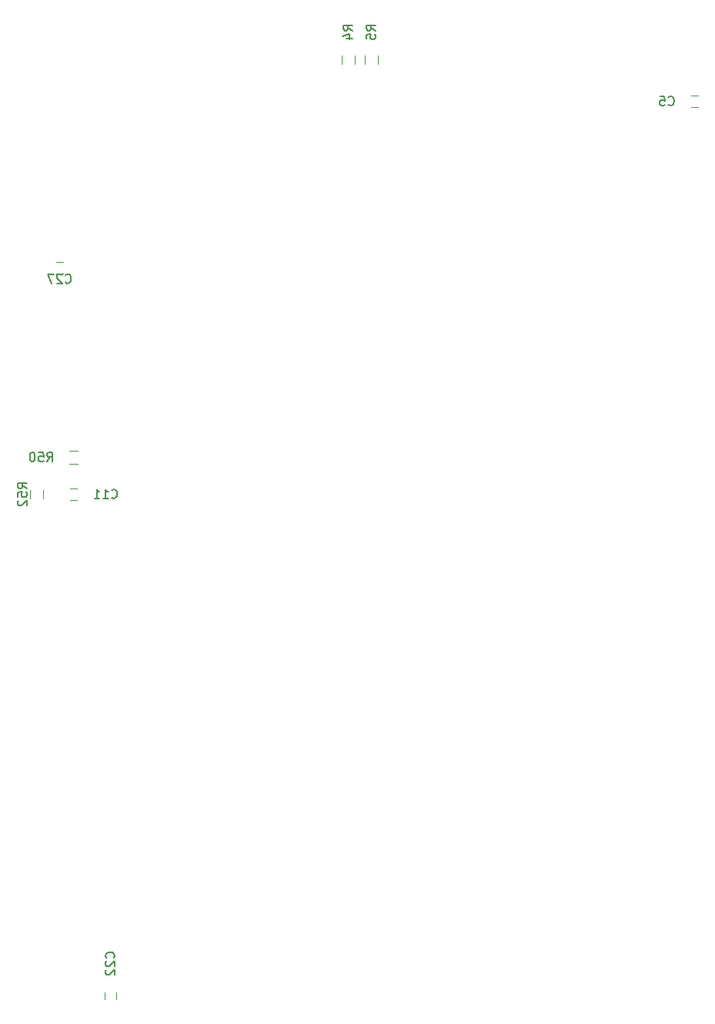
<source format=gbr>
G04 #@! TF.FileFunction,Legend,Bot*
%FSLAX46Y46*%
G04 Gerber Fmt 4.6, Leading zero omitted, Abs format (unit mm)*
G04 Created by KiCad (PCBNEW 4.0.6) date 01/13/18 17:56:14*
%MOMM*%
%LPD*%
G01*
G04 APERTURE LIST*
%ADD10C,0.100000*%
%ADD11C,0.120000*%
%ADD12C,0.150000*%
G04 APERTURE END LIST*
D10*
D11*
X268128000Y-43526000D02*
X268828000Y-43526000D01*
X268828000Y-42326000D02*
X268128000Y-42326000D01*
X200502000Y-85506000D02*
X199802000Y-85506000D01*
X199802000Y-86706000D02*
X200502000Y-86706000D01*
X204816000Y-141574000D02*
X204816000Y-140874000D01*
X203616000Y-140874000D02*
X203616000Y-141574000D01*
X199652000Y-82722000D02*
X200652000Y-82722000D01*
X200652000Y-81362000D02*
X199652000Y-81362000D01*
X195408000Y-85606000D02*
X195408000Y-86606000D01*
X196768000Y-86606000D02*
X196768000Y-85606000D01*
X198278000Y-61814000D02*
X198978000Y-61814000D01*
X198978000Y-60614000D02*
X198278000Y-60614000D01*
X231058000Y-38854000D02*
X231058000Y-37854000D01*
X229698000Y-37854000D02*
X229698000Y-38854000D01*
X233598000Y-38854000D02*
X233598000Y-37854000D01*
X232238000Y-37854000D02*
X232238000Y-38854000D01*
D12*
X265596666Y-43283143D02*
X265644285Y-43330762D01*
X265787142Y-43378381D01*
X265882380Y-43378381D01*
X266025238Y-43330762D01*
X266120476Y-43235524D01*
X266168095Y-43140286D01*
X266215714Y-42949810D01*
X266215714Y-42806952D01*
X266168095Y-42616476D01*
X266120476Y-42521238D01*
X266025238Y-42426000D01*
X265882380Y-42378381D01*
X265787142Y-42378381D01*
X265644285Y-42426000D01*
X265596666Y-42473619D01*
X264691904Y-42378381D02*
X265168095Y-42378381D01*
X265215714Y-42854571D01*
X265168095Y-42806952D01*
X265072857Y-42759333D01*
X264834761Y-42759333D01*
X264739523Y-42806952D01*
X264691904Y-42854571D01*
X264644285Y-42949810D01*
X264644285Y-43187905D01*
X264691904Y-43283143D01*
X264739523Y-43330762D01*
X264834761Y-43378381D01*
X265072857Y-43378381D01*
X265168095Y-43330762D01*
X265215714Y-43283143D01*
X204350857Y-86463143D02*
X204398476Y-86510762D01*
X204541333Y-86558381D01*
X204636571Y-86558381D01*
X204779429Y-86510762D01*
X204874667Y-86415524D01*
X204922286Y-86320286D01*
X204969905Y-86129810D01*
X204969905Y-85986952D01*
X204922286Y-85796476D01*
X204874667Y-85701238D01*
X204779429Y-85606000D01*
X204636571Y-85558381D01*
X204541333Y-85558381D01*
X204398476Y-85606000D01*
X204350857Y-85653619D01*
X203398476Y-86558381D02*
X203969905Y-86558381D01*
X203684191Y-86558381D02*
X203684191Y-85558381D01*
X203779429Y-85701238D01*
X203874667Y-85796476D01*
X203969905Y-85844095D01*
X202446095Y-86558381D02*
X203017524Y-86558381D01*
X202731810Y-86558381D02*
X202731810Y-85558381D01*
X202827048Y-85701238D01*
X202922286Y-85796476D01*
X203017524Y-85844095D01*
X204573143Y-137025143D02*
X204620762Y-136977524D01*
X204668381Y-136834667D01*
X204668381Y-136739429D01*
X204620762Y-136596571D01*
X204525524Y-136501333D01*
X204430286Y-136453714D01*
X204239810Y-136406095D01*
X204096952Y-136406095D01*
X203906476Y-136453714D01*
X203811238Y-136501333D01*
X203716000Y-136596571D01*
X203668381Y-136739429D01*
X203668381Y-136834667D01*
X203716000Y-136977524D01*
X203763619Y-137025143D01*
X203763619Y-137406095D02*
X203716000Y-137453714D01*
X203668381Y-137548952D01*
X203668381Y-137787048D01*
X203716000Y-137882286D01*
X203763619Y-137929905D01*
X203858857Y-137977524D01*
X203954095Y-137977524D01*
X204096952Y-137929905D01*
X204668381Y-137358476D01*
X204668381Y-137977524D01*
X203763619Y-138358476D02*
X203716000Y-138406095D01*
X203668381Y-138501333D01*
X203668381Y-138739429D01*
X203716000Y-138834667D01*
X203763619Y-138882286D01*
X203858857Y-138929905D01*
X203954095Y-138929905D01*
X204096952Y-138882286D01*
X204668381Y-138310857D01*
X204668381Y-138929905D01*
X197238857Y-82494381D02*
X197572191Y-82018190D01*
X197810286Y-82494381D02*
X197810286Y-81494381D01*
X197429333Y-81494381D01*
X197334095Y-81542000D01*
X197286476Y-81589619D01*
X197238857Y-81684857D01*
X197238857Y-81827714D01*
X197286476Y-81922952D01*
X197334095Y-81970571D01*
X197429333Y-82018190D01*
X197810286Y-82018190D01*
X196334095Y-81494381D02*
X196810286Y-81494381D01*
X196857905Y-81970571D01*
X196810286Y-81922952D01*
X196715048Y-81875333D01*
X196476952Y-81875333D01*
X196381714Y-81922952D01*
X196334095Y-81970571D01*
X196286476Y-82065810D01*
X196286476Y-82303905D01*
X196334095Y-82399143D01*
X196381714Y-82446762D01*
X196476952Y-82494381D01*
X196715048Y-82494381D01*
X196810286Y-82446762D01*
X196857905Y-82399143D01*
X195667429Y-81494381D02*
X195572190Y-81494381D01*
X195476952Y-81542000D01*
X195429333Y-81589619D01*
X195381714Y-81684857D01*
X195334095Y-81875333D01*
X195334095Y-82113429D01*
X195381714Y-82303905D01*
X195429333Y-82399143D01*
X195476952Y-82446762D01*
X195572190Y-82494381D01*
X195667429Y-82494381D01*
X195762667Y-82446762D01*
X195810286Y-82399143D01*
X195857905Y-82303905D01*
X195905524Y-82113429D01*
X195905524Y-81875333D01*
X195857905Y-81684857D01*
X195810286Y-81589619D01*
X195762667Y-81542000D01*
X195667429Y-81494381D01*
X195016381Y-85463143D02*
X194540190Y-85129809D01*
X195016381Y-84891714D02*
X194016381Y-84891714D01*
X194016381Y-85272667D01*
X194064000Y-85367905D01*
X194111619Y-85415524D01*
X194206857Y-85463143D01*
X194349714Y-85463143D01*
X194444952Y-85415524D01*
X194492571Y-85367905D01*
X194540190Y-85272667D01*
X194540190Y-84891714D01*
X194016381Y-86367905D02*
X194016381Y-85891714D01*
X194492571Y-85844095D01*
X194444952Y-85891714D01*
X194397333Y-85986952D01*
X194397333Y-86225048D01*
X194444952Y-86320286D01*
X194492571Y-86367905D01*
X194587810Y-86415524D01*
X194825905Y-86415524D01*
X194921143Y-86367905D01*
X194968762Y-86320286D01*
X195016381Y-86225048D01*
X195016381Y-85986952D01*
X194968762Y-85891714D01*
X194921143Y-85844095D01*
X194111619Y-86796476D02*
X194064000Y-86844095D01*
X194016381Y-86939333D01*
X194016381Y-87177429D01*
X194064000Y-87272667D01*
X194111619Y-87320286D01*
X194206857Y-87367905D01*
X194302095Y-87367905D01*
X194444952Y-87320286D01*
X195016381Y-86748857D01*
X195016381Y-87367905D01*
X199270857Y-62821143D02*
X199318476Y-62868762D01*
X199461333Y-62916381D01*
X199556571Y-62916381D01*
X199699429Y-62868762D01*
X199794667Y-62773524D01*
X199842286Y-62678286D01*
X199889905Y-62487810D01*
X199889905Y-62344952D01*
X199842286Y-62154476D01*
X199794667Y-62059238D01*
X199699429Y-61964000D01*
X199556571Y-61916381D01*
X199461333Y-61916381D01*
X199318476Y-61964000D01*
X199270857Y-62011619D01*
X198889905Y-62011619D02*
X198842286Y-61964000D01*
X198747048Y-61916381D01*
X198508952Y-61916381D01*
X198413714Y-61964000D01*
X198366095Y-62011619D01*
X198318476Y-62106857D01*
X198318476Y-62202095D01*
X198366095Y-62344952D01*
X198937524Y-62916381D01*
X198318476Y-62916381D01*
X197985143Y-61916381D02*
X197318476Y-61916381D01*
X197747048Y-62916381D01*
X230830381Y-35139334D02*
X230354190Y-34806000D01*
X230830381Y-34567905D02*
X229830381Y-34567905D01*
X229830381Y-34948858D01*
X229878000Y-35044096D01*
X229925619Y-35091715D01*
X230020857Y-35139334D01*
X230163714Y-35139334D01*
X230258952Y-35091715D01*
X230306571Y-35044096D01*
X230354190Y-34948858D01*
X230354190Y-34567905D01*
X230163714Y-35996477D02*
X230830381Y-35996477D01*
X229782762Y-35758381D02*
X230497048Y-35520286D01*
X230497048Y-36139334D01*
X233370381Y-35139334D02*
X232894190Y-34806000D01*
X233370381Y-34567905D02*
X232370381Y-34567905D01*
X232370381Y-34948858D01*
X232418000Y-35044096D01*
X232465619Y-35091715D01*
X232560857Y-35139334D01*
X232703714Y-35139334D01*
X232798952Y-35091715D01*
X232846571Y-35044096D01*
X232894190Y-34948858D01*
X232894190Y-34567905D01*
X232370381Y-36044096D02*
X232370381Y-35567905D01*
X232846571Y-35520286D01*
X232798952Y-35567905D01*
X232751333Y-35663143D01*
X232751333Y-35901239D01*
X232798952Y-35996477D01*
X232846571Y-36044096D01*
X232941810Y-36091715D01*
X233179905Y-36091715D01*
X233275143Y-36044096D01*
X233322762Y-35996477D01*
X233370381Y-35901239D01*
X233370381Y-35663143D01*
X233322762Y-35567905D01*
X233275143Y-35520286D01*
M02*

</source>
